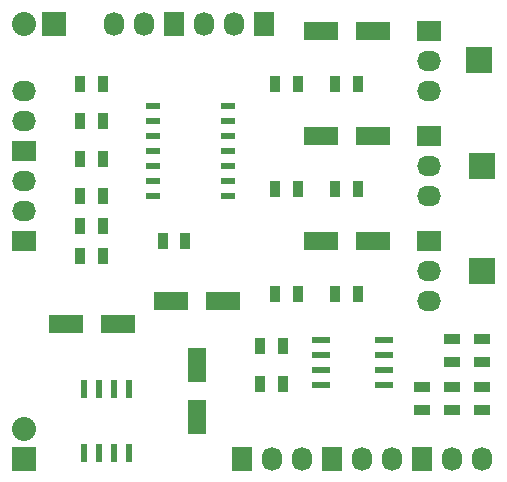
<source format=gts>
%FSLAX46Y46*%
G04 Gerber Fmt 4.6, Leading zero omitted, Abs format (unit mm)*
G04 Created by KiCad (PCBNEW (2014-08-06 BZR 5059)-product) date 24/08/2014 20:45:46*
%MOMM*%
G01*
G04 APERTURE LIST*
%ADD10C,0.100000*%
%ADD11R,0.889000X1.397000*%
%ADD12R,2.999740X1.600200*%
%ADD13R,2.032000X2.032000*%
%ADD14O,2.032000X2.032000*%
%ADD15R,2.235200X2.235200*%
%ADD16R,1.397000X0.889000*%
%ADD17R,2.032000X1.727200*%
%ADD18O,2.032000X1.727200*%
%ADD19R,1.727200X2.032000*%
%ADD20O,1.727200X2.032000*%
%ADD21R,1.600000X0.600000*%
%ADD22R,1.600200X2.999740*%
%ADD23R,0.600000X1.600000*%
%ADD24R,1.143000X0.508000*%
G04 APERTURE END LIST*
D10*
D11*
X98742500Y-58420000D03*
X96837500Y-58420000D03*
D12*
X108879640Y-70485000D03*
X104480360Y-70485000D03*
X99989640Y-72390000D03*
X95590360Y-72390000D03*
D11*
X98742500Y-55245000D03*
X96837500Y-55245000D03*
X98742500Y-61595000D03*
X96837500Y-61595000D03*
D12*
X117180360Y-47625000D03*
X121579640Y-47625000D03*
X117180360Y-56515000D03*
X121579640Y-56515000D03*
X117180360Y-65405000D03*
X121579640Y-65405000D03*
D13*
X94615000Y-46990000D03*
D14*
X92075000Y-46990000D03*
D13*
X92075000Y-83820000D03*
D14*
X92075000Y-81280000D03*
D15*
X130556000Y-50038000D03*
X130810000Y-59055000D03*
X130810000Y-67945000D03*
D11*
X96837500Y-52070000D03*
X98742500Y-52070000D03*
X105727500Y-65405000D03*
X103822500Y-65405000D03*
X98742500Y-66675000D03*
X96837500Y-66675000D03*
X113347500Y-69850000D03*
X115252500Y-69850000D03*
X113347500Y-60960000D03*
X115252500Y-60960000D03*
X98742500Y-64135000D03*
X96837500Y-64135000D03*
D16*
X128270000Y-75628500D03*
X128270000Y-73723500D03*
D11*
X115252500Y-52070000D03*
X113347500Y-52070000D03*
X112077500Y-77470000D03*
X113982500Y-77470000D03*
X112077500Y-74295000D03*
X113982500Y-74295000D03*
D16*
X128270000Y-77787500D03*
X128270000Y-79692500D03*
X130810000Y-73723500D03*
X130810000Y-75628500D03*
X130810000Y-79692500D03*
X130810000Y-77787500D03*
X125730000Y-79692500D03*
X125730000Y-77787500D03*
D11*
X120332500Y-52070000D03*
X118427500Y-52070000D03*
X120332500Y-60960000D03*
X118427500Y-60960000D03*
X120332500Y-69850000D03*
X118427500Y-69850000D03*
D17*
X92075000Y-57785000D03*
D18*
X92075000Y-55245000D03*
X92075000Y-52705000D03*
D17*
X92075000Y-65405000D03*
D18*
X92075000Y-62865000D03*
X92075000Y-60325000D03*
D19*
X104775000Y-46990000D03*
D20*
X102235000Y-46990000D03*
X99695000Y-46990000D03*
D19*
X112395000Y-46990000D03*
D20*
X109855000Y-46990000D03*
X107315000Y-46990000D03*
D17*
X126365000Y-47625000D03*
D18*
X126365000Y-50165000D03*
X126365000Y-52705000D03*
D17*
X126365000Y-56515000D03*
D18*
X126365000Y-59055000D03*
X126365000Y-61595000D03*
D17*
X126365000Y-65405000D03*
D18*
X126365000Y-67945000D03*
X126365000Y-70485000D03*
D21*
X122588000Y-73817000D03*
X117188000Y-73817000D03*
X122588000Y-75067000D03*
X122588000Y-76317000D03*
X122588000Y-77567000D03*
X117188000Y-75067000D03*
X117188000Y-76317000D03*
X117188000Y-77567000D03*
D22*
X106680000Y-75905360D03*
X106680000Y-80304640D03*
D19*
X110490000Y-83820000D03*
D20*
X113030000Y-83820000D03*
X115570000Y-83820000D03*
D19*
X118110000Y-83820000D03*
D20*
X120650000Y-83820000D03*
X123190000Y-83820000D03*
D19*
X125730000Y-83820000D03*
D20*
X128270000Y-83820000D03*
X130810000Y-83820000D03*
D23*
X97185000Y-77945000D03*
X97185000Y-83345000D03*
X98435000Y-77945000D03*
X99685000Y-77945000D03*
X100935000Y-77945000D03*
X98435000Y-83345000D03*
X99685000Y-83345000D03*
X100935000Y-83345000D03*
D24*
X109347000Y-61595000D03*
X109347000Y-60325000D03*
X109347000Y-59055000D03*
X109347000Y-57785000D03*
X109347000Y-56515000D03*
X109347000Y-55245000D03*
X109347000Y-53975000D03*
X102997000Y-53975000D03*
X102997000Y-55245000D03*
X102997000Y-57785000D03*
X102997000Y-59055000D03*
X102997000Y-60325000D03*
X102997000Y-61595000D03*
X102997000Y-56515000D03*
M02*

</source>
